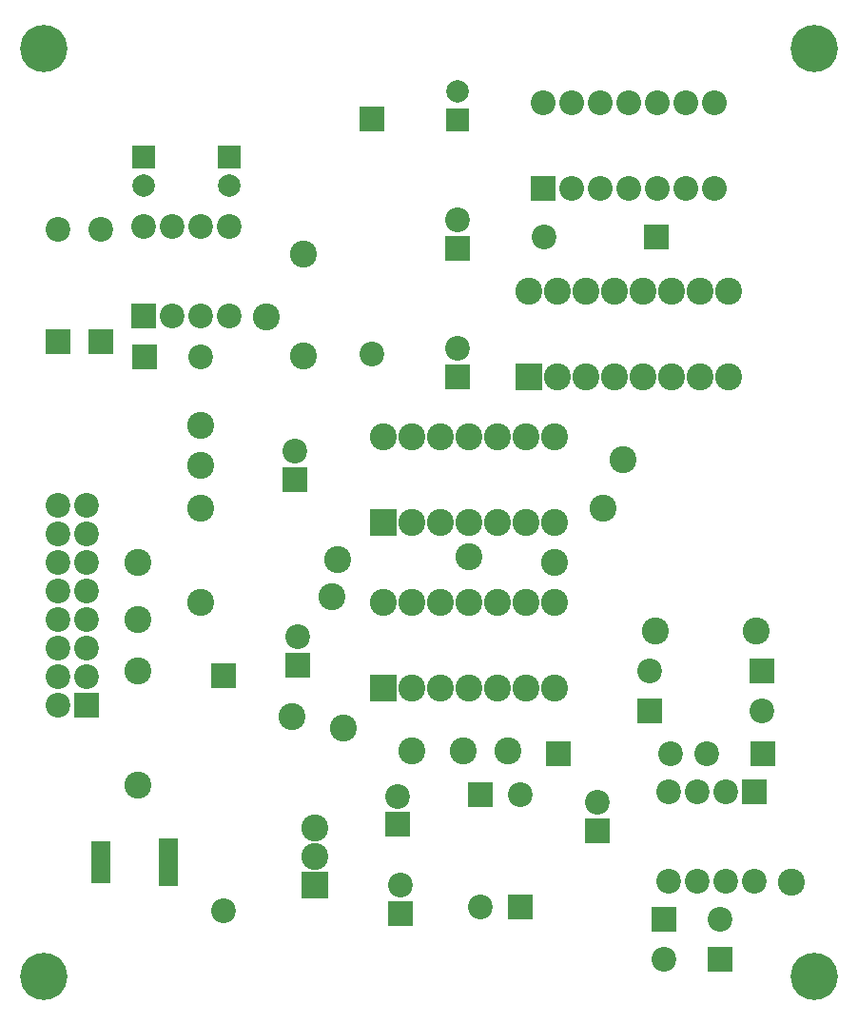
<source format=gts>
%FSTAX23Y23*%
%MOIN*%
%SFA1B1*%

%IPPOS*%
%ADD17C,0.094610*%
%ADD18R,0.094610X0.094610*%
%ADD19R,0.086610X0.086610*%
%ADD20C,0.086610*%
%ADD21R,0.086740X0.086740*%
%ADD22C,0.086740*%
%ADD23R,0.086610X0.086610*%
%ADD24R,0.078740X0.078740*%
%ADD25C,0.078740*%
%ADD26C,0.165480*%
%ADD27R,0.067060X0.165480*%
%ADD28R,0.067060X0.145800*%
%ADD29R,0.094610X0.094610*%
%ADD30C,0.094610*%
%LNtachometer-boardv2.5-1*%
%LPD*%
G54D17*
X0194Y0204D03*
X0184D03*
X0174D03*
X0164D03*
X0154D03*
X0144D03*
X0134D03*
X0194Y0174D03*
X0184D03*
X0174D03*
X0164D03*
X0154D03*
X0144D03*
Y0116D03*
X0154D03*
X0164D03*
X0174D03*
X0184D03*
X0194D03*
X0134Y0146D03*
X0144D03*
X0154D03*
X0164D03*
X0174D03*
X0184D03*
X0194D03*
X0195Y0225D03*
X0205D03*
X0215D03*
X0225D03*
X0235D03*
X0245D03*
X0255D03*
X0185Y0255D03*
X0195D03*
X0205D03*
X0215D03*
X0225D03*
X0235D03*
X0245D03*
X0255D03*
X0106Y02322D03*
Y02677D03*
X02292Y0136D03*
X02647D03*
X011Y0067D03*
Y0057D03*
G54D18*
X0134Y0174D03*
Y0116D03*
X0185Y0225D03*
G54D19*
X0078Y01202D03*
X0104Y0124D03*
X013Y03152D03*
X016Y0225D03*
Y027D03*
X0264Y00796D03*
X0168Y00786D03*
X0209Y0066D03*
X0182Y00393D03*
X0035Y02373D03*
X005Y02463D03*
X002Y02373D03*
X003Y011D03*
X014Y0037D03*
X0139Y00681D03*
X0103Y0189D03*
G54D20*
X0078Y00377D03*
X0104Y01338D03*
X01903Y0274D03*
X013Y02327D03*
X016Y02348D03*
Y02799D03*
X0264Y00483D03*
X0254D03*
X0244D03*
X0234D03*
Y00796D03*
X0244D03*
X0254D03*
X02471Y0093D03*
X02518Y0035D03*
X0168Y00393D03*
X02666Y0108D03*
X02321Y0021D03*
X0209Y00758D03*
X0182Y00786D03*
X0035Y02766D03*
X00698Y0232D03*
X005Y02776D03*
X006D03*
X007D03*
X008D03*
Y02463D03*
X007D03*
X006D03*
X002Y02766D03*
X02273Y0122D03*
X002Y018D03*
X003D03*
X002Y017D03*
X003D03*
X002Y016D03*
X003D03*
X002Y015D03*
X003D03*
X002Y014D03*
X003D03*
X002Y013D03*
X003D03*
X002Y012D03*
X003D03*
X002Y011D03*
X02346Y0093D03*
X014Y00468D03*
X0139Y0078D03*
X0103Y01988D03*
G54D21*
X019Y0291D03*
G54D22*
X02Y0291D03*
X021D03*
X022D03*
X023D03*
X024D03*
X025D03*
X019Y0321D03*
X02D03*
X021D03*
X022D03*
X023D03*
X024D03*
X025D03*
G54D23*
X02296Y0274D03*
X02668Y0093D03*
X02321Y0035D03*
X02273Y0108D03*
X02518Y0021D03*
X00501Y0232D03*
X02666Y0122D03*
X01953Y0093D03*
G54D24*
X016Y0315D03*
X005Y03018D03*
X008D03*
G54D25*
X016Y03249D03*
X005Y0292D03*
X008D03*
G54D26*
X0015Y0015D03*
Y034D03*
X0285D03*
Y0015D03*
G54D27*
X00586Y0055D03*
G54D28*
X0035Y0055D03*
G54D29*
X011Y0047D03*
G54D30*
X007Y0146D03*
X0048Y0082D03*
Y0122D03*
Y016D03*
X0164Y0162D03*
X0194Y016D03*
X0116Y0148D03*
X0118Y0161D03*
X012Y0102D03*
X0162Y0094D03*
X01777Y00937D03*
X0218Y0196D03*
X007Y0208D03*
Y0194D03*
X0102Y0106D03*
X0144Y0094D03*
X0277Y0048D03*
X0093Y0246D03*
X007Y0179D03*
X0048Y014D03*
X0211Y0179D03*
M02*
</source>
